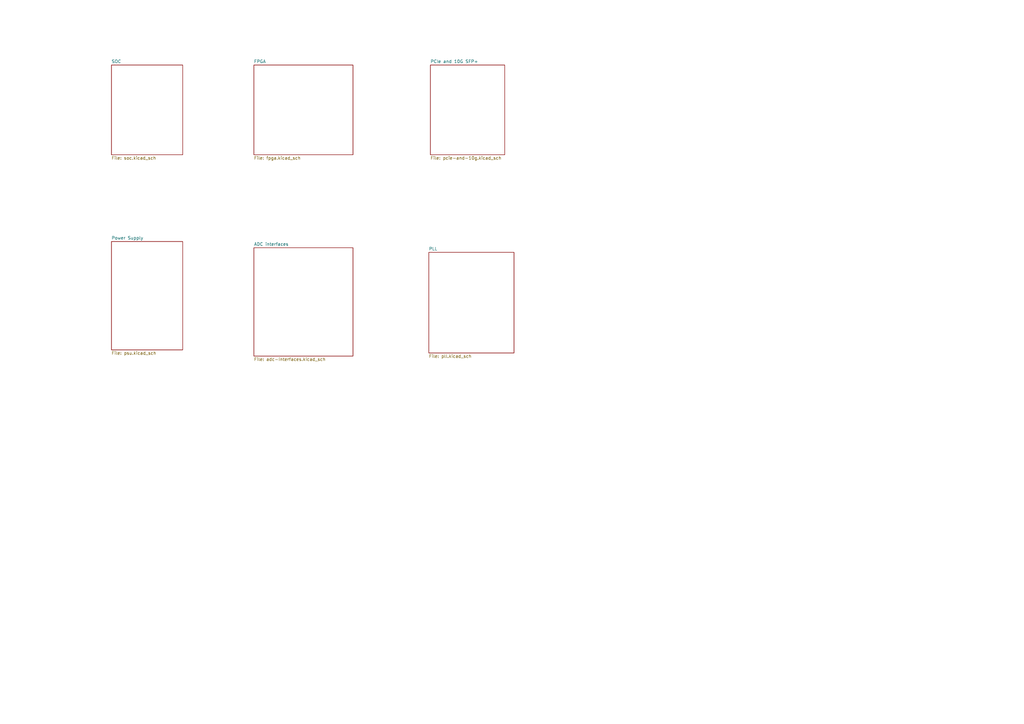
<source format=kicad_sch>
(kicad_sch
	(version 20231120)
	(generator "eeschema")
	(generator_version "8.0")
	(uuid "11b16c18-86a9-45f7-bd03-4e81057d99ff")
	(paper "A3")
	(title_block
		(title "AYRTON Main Board")
		(date "2024-11-18")
		(rev "0.1")
		(company "Antikernel Labs")
		(comment 1 "Andrew D. Zonenberg")
	)
	(lib_symbols)
	(sheet
		(at 45.72 99.06)
		(size 29.21 44.45)
		(fields_autoplaced yes)
		(stroke
			(width 0.1524)
			(type solid)
		)
		(fill
			(color 0 0 0 0.0000)
		)
		(uuid "12be455a-0f5e-474f-8487-685102d61b9f")
		(property "Sheetname" "Power Supply"
			(at 45.72 98.3484 0)
			(effects
				(font
					(size 1.27 1.27)
				)
				(justify left bottom)
			)
		)
		(property "Sheetfile" "psu.kicad_sch"
			(at 45.72 144.0946 0)
			(effects
				(font
					(size 1.27 1.27)
				)
				(justify left top)
			)
		)
		(instances
			(project "ayrton-mainboard"
				(path "/11b16c18-86a9-45f7-bd03-4e81057d99ff"
					(page "9")
				)
			)
		)
	)
	(sheet
		(at 175.895 103.505)
		(size 34.925 41.275)
		(fields_autoplaced yes)
		(stroke
			(width 0.1524)
			(type solid)
		)
		(fill
			(color 0 0 0 0.0000)
		)
		(uuid "6c8dc794-f3c7-4dd0-aa2f-9245b1196599")
		(property "Sheetname" "PLL"
			(at 175.895 102.7934 0)
			(effects
				(font
					(size 1.27 1.27)
				)
				(justify left bottom)
			)
		)
		(property "Sheetfile" "pll.kicad_sch"
			(at 175.895 145.3646 0)
			(effects
				(font
					(size 1.27 1.27)
				)
				(justify left top)
			)
		)
		(instances
			(project "ayrton-mainboard"
				(path "/11b16c18-86a9-45f7-bd03-4e81057d99ff"
					(page "12")
				)
			)
		)
	)
	(sheet
		(at 176.53 26.67)
		(size 30.48 36.83)
		(fields_autoplaced yes)
		(stroke
			(width 0.1524)
			(type solid)
		)
		(fill
			(color 0 0 0 0.0000)
		)
		(uuid "a0a7c715-7e27-46b6-b673-903a5b100e90")
		(property "Sheetname" "PCIe and 10G SFP+"
			(at 176.53 25.9584 0)
			(effects
				(font
					(size 1.27 1.27)
				)
				(justify left bottom)
			)
		)
		(property "Sheetfile" "pcie-and-10g.kicad_sch"
			(at 176.53 64.0846 0)
			(effects
				(font
					(size 1.27 1.27)
				)
				(justify left top)
			)
		)
		(instances
			(project "ayrton-mainboard"
				(path "/11b16c18-86a9-45f7-bd03-4e81057d99ff"
					(page "7")
				)
			)
		)
	)
	(sheet
		(at 104.14 26.67)
		(size 40.64 36.83)
		(fields_autoplaced yes)
		(stroke
			(width 0.1524)
			(type solid)
		)
		(fill
			(color 0 0 0 0.0000)
		)
		(uuid "a67f7086-6693-44e8-8a12-55a2cee502ce")
		(property "Sheetname" "FPGA"
			(at 104.14 25.9584 0)
			(effects
				(font
					(size 1.27 1.27)
				)
				(justify left bottom)
			)
		)
		(property "Sheetfile" "fpga.kicad_sch"
			(at 104.14 64.0846 0)
			(effects
				(font
					(size 1.27 1.27)
				)
				(justify left top)
			)
		)
		(instances
			(project "ayrton-mainboard"
				(path "/11b16c18-86a9-45f7-bd03-4e81057d99ff"
					(page "5")
				)
			)
		)
	)
	(sheet
		(at 45.72 26.67)
		(size 29.21 36.83)
		(fields_autoplaced yes)
		(stroke
			(width 0.1524)
			(type solid)
		)
		(fill
			(color 0 0 0 0.0000)
		)
		(uuid "c91f89f8-d95d-41a6-af09-5cd635cc4c73")
		(property "Sheetname" "SOC"
			(at 45.72 25.9584 0)
			(effects
				(font
					(size 1.27 1.27)
				)
				(justify left bottom)
			)
		)
		(property "Sheetfile" "soc.kicad_sch"
			(at 45.72 64.0846 0)
			(effects
				(font
					(size 1.27 1.27)
				)
				(justify left top)
			)
		)
		(instances
			(project "ayrton-mainboard"
				(path "/11b16c18-86a9-45f7-bd03-4e81057d99ff"
					(page "2")
				)
			)
		)
	)
	(sheet
		(at 104.14 101.6)
		(size 40.64 44.45)
		(fields_autoplaced yes)
		(stroke
			(width 0.1524)
			(type solid)
		)
		(fill
			(color 0 0 0 0.0000)
		)
		(uuid "f6fa3d68-580e-4966-a5d1-759c191a1b84")
		(property "Sheetname" "ADC interfaces"
			(at 104.14 100.8884 0)
			(effects
				(font
					(size 1.27 1.27)
				)
				(justify left bottom)
			)
		)
		(property "Sheetfile" "adc-interfaces.kicad_sch"
			(at 104.14 146.6346 0)
			(effects
				(font
					(size 1.27 1.27)
				)
				(justify left top)
			)
		)
		(instances
			(project "ayrton-mainboard"
				(path "/11b16c18-86a9-45f7-bd03-4e81057d99ff"
					(page "11")
				)
			)
		)
	)
	(sheet_instances
		(path "/"
			(page "1")
		)
	)
)

</source>
